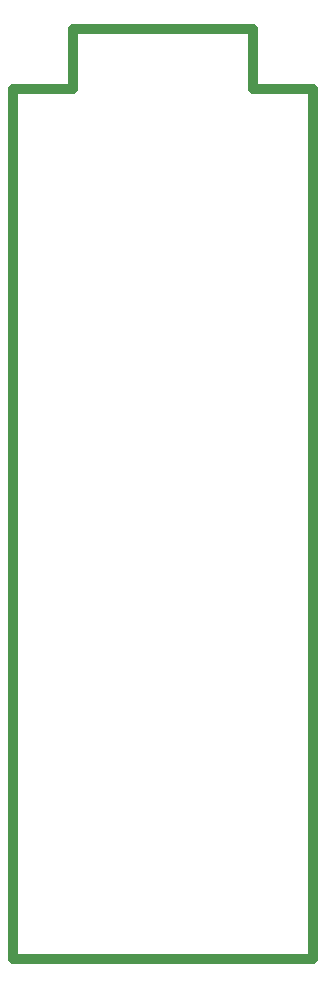
<source format=gko>
%FSLAX33Y33*%
%MOMM*%
%ADD10C,0.83185*%
D10*
%LNpath-0*%
G01*
X0Y58420D02*
X0Y-5080D01*
X25400Y-5080*
X25400Y58420*
X25400Y58420*
X25400Y68580*
X20320Y68580*
X20320Y73660*
X5080Y73660*
X5080Y68580*
X0Y68580*
X0Y58420*
X0Y58420*
X0Y58420*
X0Y58420*
%LNmechanical details_traces*%
M02*
</source>
